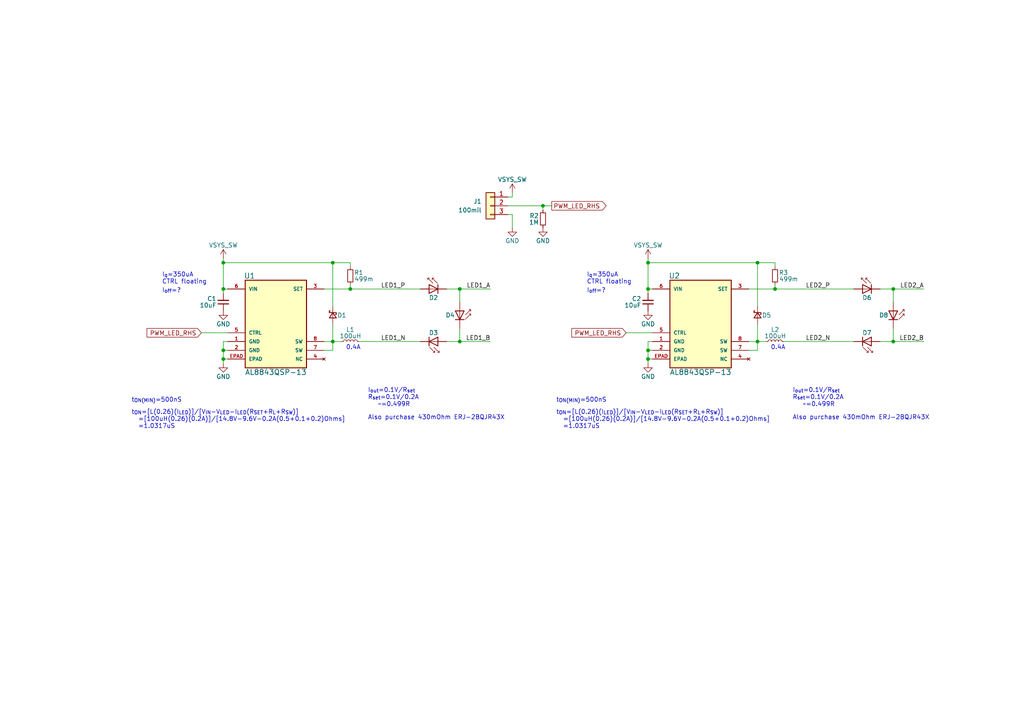
<source format=kicad_sch>
(kicad_sch (version 20211123) (generator eeschema)
  (paper "A4")
  (title_block (title "Project Falcon") (date "2022-02-11") (rev "1A") (company "University of Waterloo") (comment 1 "Mechatronics Engineering") (comment 2 "Final Year Design Project (Capstone)") (comment 3 "Alex Petkovic") (comment 4 "RHS Auxilliary PCB"))
  (lib_symbols
    (symbol "Connector_Generic:Conn_01x03" (pin_names (offset 1.016) hide)
      (property "Reference" "J" (at 0 5.08 0))
      (property "Value" "Conn_01x03" (at 0 -5.08 0))
      (symbol "Conn_01x03_1_1"
        (rectangle (start -1.27 -2.413) (end 0 -2.667) (stroke (width 0.1524)))
        (rectangle (start -1.27 0.127) (end 0 -0.127) (stroke (width 0.1524)))
        (rectangle (start -1.27 2.667) (end 0 2.413) (stroke (width 0.1524)))
        (rectangle (start -1.27 3.81) (end 1.27 -3.81) (stroke (width 0.254)) (fill (type background)))
        (pin passive line (at -5.08 2.54 0) (length 3.81) (name "Pin_1") (number "1"))
        (pin passive line (at -5.08 0 0) (length 3.81) (name "Pin_2") (number "2"))
        (pin passive line (at -5.08 -2.54 0) (length 3.81) (name "Pin_3") (number "3"))
      )
    )
    (symbol "Device:C_Small" (pin_numbers hide) (pin_names (offset 0.254) hide)
      (property "Reference" "C" (at 0.254 1.778 0))
      (property "Value" "C_Small" (at 0.254 -2.032 0))
      (symbol "C_Small_0_1"
        (polyline (pts (xy -1.524 -0.508) (xy 1.524 -0.508)) (stroke (width 0.3302)))
        (polyline (pts (xy -1.524 0.508) (xy 1.524 0.508)) (stroke (width 0.3048)))
      )
      (symbol "C_Small_1_1"
        (pin passive line (at 0 2.54 270) (length 2.032) (name "~") (number "1"))
        (pin passive line (at 0 -2.54 90) (length 2.032) (name "~") (number "2"))
      )
    )
    (symbol "Device:D_Schottky_Small" (pin_numbers hide) (pin_names (offset 0.254) hide)
      (property "Reference" "D" (at -1.27 2.032 0))
      (property "Value" "D_Schottky_Small" (at -7.112 -2.032 0))
      (symbol "D_Schottky_Small_0_1"
        (polyline (pts (xy -0.762 0) (xy 0.762 0)))
        (polyline (pts (xy 0.762 -1.016) (xy -0.762 0) (xy 0.762 1.016) (xy 0.762 -1.016)) (stroke (width 0.254)))
        (polyline (pts (xy -1.27 0.762) (xy -1.27 1.016) (xy -0.762 1.016) (xy -0.762 -1.016) (xy -0.254 -1.016) (xy -0.254 -0.762)) (stroke (width 0.254)))
      )
      (symbol "D_Schottky_Small_1_1"
        (pin passive line (at -2.54 0 0) (length 1.778) (name "K") (number "1"))
        (pin passive line (at 2.54 0 180) (length 1.778) (name "A") (number "2"))
      )
    )
    (symbol "Device:L_Small" (pin_numbers hide) (pin_names (offset 0.254) hide)
      (property "Reference" "L" (at 0.762 1.016 0))
      (property "Value" "L_Small" (at 0.762 -1.016 0))
      (symbol "L_Small_0_1"
        (arc (start 0 -2.032) (mid 0.508 -1.524) (end 0 -1.016))
        (arc (start 0 -1.016) (mid 0.508 -0.508) (end 0 0))
        (arc (start 0 0) (mid 0.508 0.508) (end 0 1.016))
        (arc (start 0 1.016) (mid 0.508 1.524) (end 0 2.032))
      )
      (symbol "L_Small_1_1"
        (pin passive line (at 0 2.54 270) (length 0.508) (name "~") (number "1"))
        (pin passive line (at 0 -2.54 90) (length 0.508) (name "~") (number "2"))
      )
    )
    (symbol "Device:R_Small" (pin_numbers hide) (pin_names (offset 0.254) hide)
      (property "Reference" "R" (at 0.762 0.508 0))
      (property "Value" "R_Small" (at 0.762 -1.016 0))
      (symbol "R_Small_0_1"
        (rectangle (start -0.762 1.778) (end 0.762 -1.778) (stroke (width 0.2032)))
      )
      (symbol "R_Small_1_1"
        (pin passive line (at 0 2.54 270) (length 0.762) (name "~") (number "1"))
        (pin passive line (at 0 -2.54 90) (length 0.762) (name "~") (number "2"))
      )
    )
    (symbol "JetkovKiCADLib:AL8843QSP-13" (pin_names (offset 1.016))
      (property "Reference" "U" (at -7.62 12.7 0))
      (property "Value" "AL8843QSP-13" (at 0 -15.24 0))
      (symbol "AL8843QSP-13_0_1"
        (rectangle (start -8.89 11.43) (end 8.89 -13.97) (stroke (width 0.3048)) (fill (type background)))
      )
      (symbol "AL8843QSP-13_1_1"
        (pin power_in line (at -13.97 -6.35 0) (length 5.08) (name "GND") (number "1"))
        (pin power_in line (at -13.97 -8.89 0) (length 5.08) (name "GND") (number "2"))
        (pin unspecified line (at 13.97 8.89 180) (length 5.08) (name "SET") (number "3"))
        (pin no_connect line (at 13.97 -11.43 180) (length 5.08) (name "NC") (number "4"))
        (pin unspecified line (at -13.97 -3.81 0) (length 5.08) (name "CTRL") (number "5"))
        (pin unspecified line (at -13.97 8.89 0) (length 5.08) (name "VIN") (number "6"))
        (pin unspecified line (at 13.97 -8.89 180) (length 5.08) (name "SW") (number "7"))
        (pin unspecified line (at 13.97 -6.35 180) (length 5.08) (name "SW") (number "8"))
        (pin unspecified line (at -13.97 -11.43 0) (length 5.08) (name "EPAD") (number "EPAD"))
      )
    )
    (symbol "JetkovKiCADLib:VSYS_SW" (power) (pin_names (offset 0))
      (property "Value" "VSYS_SW" (at 0 3.556 0))
      (symbol "VSYS_SW_0_1"
        (polyline (pts (xy -0.762 1.27) (xy 0 2.54)))
        (polyline (pts (xy 0 0) (xy 0 2.54)))
        (polyline (pts (xy 0 2.54) (xy 0.762 1.27)))
      )
      (symbol "VSYS_SW_1_1"
        (pin power_in line (at 0 0 90) (length 0) hide (name "VSYS_SW") (number "1"))
      )
    )
    (symbol "JetkovKiCADLib:XQA LED 1616 SMD" (pin_numbers hide) (pin_names (offset 1.016) hide)
      (property "Reference" "D" (at 0.508 1.778 0))
      (symbol "XQA LED 1616 SMD_0_1"
        (polyline (pts (xy -2.54 0) (xy 0 0)))
        (polyline (pts (xy -2.54 1.27) (xy -2.54 -1.27)) (stroke (width 0.254)))
        (polyline (pts (xy 0.381 3.175) (xy -0.127 3.175)))
        (polyline (pts (xy -1.143 1.651) (xy 0.381 3.175) (xy 0.381 2.667)))
        (polyline (pts (xy 0 -1.27) (xy 0 1.27) (xy -2.54 0) (xy 0 -1.27)) (stroke (width 0.254)))
        (polyline (pts (xy -2.413 1.651) (xy -0.889 3.175) (xy -0.889 2.667) (xy -0.889 3.175) (xy -1.397 3.175)))
      )
      (symbol "XQA LED 1616 SMD_1_1"
        (pin passive line (at -5.08 0 0) (length 2.54) (name "K") (number "1"))
        (pin passive line (at 2.54 0 180) (length 2.54) (name "A") (number "2"))
      )
    )
    (symbol "power:GND" (power) (pin_names (offset 0))
      (property "Value" "GND" (at 0 -3.81 0))
      (symbol "GND_0_1"
        (polyline (pts (xy 0 0) (xy 0 -1.27) (xy 1.27 -1.27) (xy 0 -2.54) (xy -1.27 -1.27) (xy 0 -1.27)))
      )
      (symbol "GND_1_1"
        (pin power_in line (at 0 0 270) (length 0) hide (name "GND") (number "1"))
      )
    )
  )
  (junction (at 219.71 99.06))
  (junction (at 64.77 76.2))
  (junction (at 224.79 83.82))
  (junction (at 187.96 104.14))
  (junction (at 96.52 76.2))
  (junction (at 157.48 59.69))
  (junction (at 64.77 101.6))
  (junction (at 96.52 99.06))
  (junction (at 64.77 83.82))
  (junction (at 64.77 104.14))
  (junction (at 133.35 83.82))
  (junction (at 187.96 76.2))
  (junction (at 259.08 99.06))
  (junction (at 187.96 101.6))
  (junction (at 133.35 99.06))
  (junction (at 187.96 83.82))
  (junction (at 101.6 83.82))
  (junction (at 259.08 83.82))
  (junction (at 219.71 76.2))
  (wire (pts (xy 187.96 99.06) (xy 187.96 101.6)))
  (wire (pts (xy 133.35 99.06) (xy 133.35 95.25)))
  (wire (pts (xy 93.98 83.82) (xy 101.6 83.82)))
  (wire (pts (xy 259.08 99.06) (xy 267.97 99.06)))
  (wire (pts (xy 101.6 76.2) (xy 96.52 76.2)))
  (wire (pts (xy 187.96 104.14) (xy 189.23 104.14)))
  (wire (pts (xy 157.48 59.69) (xy 157.48 60.96)))
  (wire (pts (xy 64.77 99.06) (xy 64.77 101.6)))
  (wire (pts (xy 181.61 96.52) (xy 189.23 96.52)))
  (wire (pts (xy 64.77 104.14) (xy 64.77 105.41)))
  (wire (pts (xy 224.79 76.2) (xy 219.71 76.2)))
  (wire (pts (xy 96.52 99.06) (xy 99.06 99.06)))
  (wire (pts (xy 259.08 83.82) (xy 255.27 83.82)))
  (wire (pts (xy 187.96 99.06) (xy 189.23 99.06)))
  (wire (pts (xy 219.71 99.06) (xy 222.25 99.06)))
  (wire (pts (xy 133.35 83.82) (xy 129.54 83.82)))
  (wire (pts (xy 64.77 76.2) (xy 64.77 83.82)))
  (wire (pts (xy 64.77 99.06) (xy 66.04 99.06)))
  (wire (pts (xy 259.08 99.06) (xy 259.08 95.25)))
  (wire (pts (xy 224.79 83.82) (xy 224.79 82.55)))
  (wire (pts (xy 187.96 83.82) (xy 189.23 83.82)))
  (wire (pts (xy 101.6 83.82) (xy 121.92 83.82)))
  (wire (pts (xy 259.08 87.63) (xy 259.08 83.82)))
  (wire (pts (xy 64.77 83.82) (xy 66.04 83.82)))
  (wire (pts (xy 64.77 83.82) (xy 64.77 85.09)))
  (wire (pts (xy 64.77 76.2) (xy 96.52 76.2)))
  (wire (pts (xy 187.96 74.93) (xy 187.96 76.2)))
  (wire (pts (xy 187.96 76.2) (xy 219.71 76.2)))
  (wire (pts (xy 64.77 104.14) (xy 66.04 104.14)))
  (wire (pts (xy 219.71 101.6) (xy 219.71 99.06)))
  (wire (pts (xy 255.27 99.06) (xy 259.08 99.06)))
  (wire (pts (xy 160.02 59.69) (xy 157.48 59.69)))
  (wire (pts (xy 64.77 74.93) (xy 64.77 76.2)))
  (wire (pts (xy 101.6 83.82) (xy 101.6 82.55)))
  (wire (pts (xy 64.77 101.6) (xy 64.77 104.14)))
  (wire (pts (xy 157.48 59.69) (xy 147.32 59.69)))
  (wire (pts (xy 64.77 101.6) (xy 66.04 101.6)))
  (wire (pts (xy 224.79 83.82) (xy 247.65 83.82)))
  (wire (pts (xy 148.59 57.15) (xy 148.59 55.88)))
  (wire (pts (xy 224.79 77.47) (xy 224.79 76.2)))
  (wire (pts (xy 187.96 101.6) (xy 189.23 101.6)))
  (wire (pts (xy 96.52 76.2) (xy 96.52 88.9)))
  (wire (pts (xy 133.35 83.82) (xy 142.24 83.82)))
  (wire (pts (xy 217.17 101.6) (xy 219.71 101.6)))
  (wire (pts (xy 58.42 96.52) (xy 66.04 96.52)))
  (wire (pts (xy 147.32 57.15) (xy 148.59 57.15)))
  (wire (pts (xy 187.96 104.14) (xy 187.96 105.41)))
  (wire (pts (xy 96.52 101.6) (xy 96.52 99.06)))
  (wire (pts (xy 217.17 99.06) (xy 219.71 99.06)))
  (wire (pts (xy 93.98 101.6) (xy 96.52 101.6)))
  (wire (pts (xy 217.17 83.82) (xy 224.79 83.82)))
  (wire (pts (xy 133.35 87.63) (xy 133.35 83.82)))
  (wire (pts (xy 148.59 66.04) (xy 148.59 62.23)))
  (wire (pts (xy 93.98 99.06) (xy 96.52 99.06)))
  (wire (pts (xy 129.54 99.06) (xy 133.35 99.06)))
  (wire (pts (xy 219.71 93.98) (xy 219.71 99.06)))
  (wire (pts (xy 96.52 93.98) (xy 96.52 99.06)))
  (wire (pts (xy 227.33 99.06) (xy 247.65 99.06)))
  (wire (pts (xy 133.35 99.06) (xy 142.24 99.06)))
  (wire (pts (xy 187.96 83.82) (xy 187.96 85.09)))
  (wire (pts (xy 219.71 76.2) (xy 219.71 88.9)))
  (wire (pts (xy 259.08 83.82) (xy 267.97 83.82)))
  (wire (pts (xy 187.96 76.2) (xy 187.96 83.82)))
  (wire (pts (xy 187.96 101.6) (xy 187.96 104.14)))
  (wire (pts (xy 101.6 77.47) (xy 101.6 76.2)))
  (wire (pts (xy 148.59 62.23) (xy 147.32 62.23)))
  (wire (pts (xy 104.14 99.06) (xy 121.92 99.06)))
  (text "Also purchase 430mOhm ERJ-2BQJR43X" (at 106.68 121.92 0) (effects (font (size 1.27 1.27)) (justify left bottom)))
  (text "I_{off}=?" (at 170.18 85.09 0) (effects (font (size 1.27 1.27)) (justify left bottom)))
  (text "t_{ON(MIN)}=500nS" (at 161.29 116.84 0) (effects (font (size 1.27 1.27)) (justify left bottom)))
  (text "I_{q}=350uA\nCTRL floating" (at 46.99 82.55 0) (effects (font (size 1.27 1.27)) (justify left bottom)))
  (text "t_{ON}=[L(0.26)(I_{LED})]/[V_{IN}-V_{LED}-I_{LED}(R_{SET}+R_{L}+R_{SW})]\n  =[100uH(0.26)(0.2A)]/[14.8V-9.6V-0.2A(0.5+0.1+0.2)Ohms]\n  =1.0317uS" (at 38.1 124.46 0) (effects (font (size 1.27 1.27)) (justify left bottom)))
  (text "I_{out}=0.1V/R_{set}\nR_{set}=0.1V/0.2A\n   ~=0.499R" (at 106.68 118.11 0) (effects (font (size 1.27 1.27)) (justify left bottom)))
  (text "t_{ON}=[L(0.26)(I_{LED})]/[V_{IN}-V_{LED}-I_{LED}(R_{SET}+R_{L}+R_{SW})]\n  =[100uH(0.26)(0.2A)]/[14.8V-9.6V-0.2A(0.5+0.1+0.2)Ohms]\n  =1.0317uS" (at 161.29 124.46 0) (effects (font (size 1.27 1.27)) (justify left bottom)))
  (text "I_{out}=0.1V/R_{set}\nR_{set}=0.1V/0.2A\n   ~=0.499R" (at 229.87 118.11 0) (effects (font (size 1.27 1.27)) (justify left bottom)))
  (text "0.4A" (at 223.52 101.6 0) (effects (font (size 1.27 1.27)) (justify left bottom)))
  (text "I_{q}=350uA\nCTRL floating" (at 170.18 82.55 0) (effects (font (size 1.27 1.27)) (justify left bottom)))
  (text "0.4A" (at 100.33 101.6 0) (effects (font (size 1.27 1.27)) (justify left bottom)))
  (text "I_{off}=?" (at 46.99 85.09 0) (effects (font (size 1.27 1.27)) (justify left bottom)))
  (text "t_{ON(MIN)}=500nS" (at 38.1 116.84 0) (effects (font (size 1.27 1.27)) (justify left bottom)))
  (text "Also purchase 430mOhm ERJ-2BQJR43X" (at 229.87 121.92 0) (effects (font (size 1.27 1.27)) (justify left bottom)))
  (label "LED1_A" (at 142.24 83.82 180))
  (label "LED1_N" (at 110.49 99.06 0))
  (label "LED2_A" (at 267.97 83.82 180))
  (label "LED2_N" (at 233.68 99.06 0))
  (label "LED1_B" (at 142.24 99.06 180))
  (label "LED2_P" (at 233.68 83.82 0))
  (label "LED2_B" (at 267.97 99.06 180))
  (label "LED1_P" (at 110.49 83.82 0))
  (global_label "PWM_LED_RHS" (shape input) (at 181.61 96.52 180) (property "Intersheet References" "${INTERSHEET_REFS}" (effects hide)))
  (global_label "PWM_LED_RHS" (shape output) (at 160.02 59.69 0) (property "Intersheet References" "${INTERSHEET_REFS}" (effects hide)))
  (global_label "PWM_LED_RHS" (shape input) (at 58.42 96.52 180) (property "Intersheet References" "${INTERSHEET_REFS}" (effects hide)))
  (symbol (lib_id "power:GND") (at 187.96 90.17 0) (unit 1)
    (property "Reference" "#PWR07" (effects hide))
    (property "Value" "GND" (at 187.96 93.98 0))
  )
  (symbol (lib_id "Device:C_Small") (at 64.77 87.63 0) (mirror x) (unit 1)
    (property "Reference" "C1" (at 62.7834 86.6464 0) (effects (justify right)))
    (property "Value" "10uF" (at 62.7842 88.5488 0) (effects (justify right)))
    (property "Footprint" "Capacitor_SMD:C_1210_3225Metric" (effects hide))
    (property "Datasheet" "https://product.tdk.com/system/files/dam/doc/product/capacitor/ceramic/mlcc/catalog/mlcc_automotive_general_en.pdf" (effects hide))
    (property "Description" "CAP CER 10UF 50V X7S 1210" (effects hide))
    (property "Manufacturer" "TDK Corporation" (effects hide))
    (property "Part Number" "CGA6P3X7S1H106K250AB " (effects hide))
    (property "Temp Range" "-55°C +125°C" (effects hide))
    (property "Tolerance" "10%" (effects hide))
    (property "Voltage" "50V" (effects hide))
  )
  (symbol (lib_id "power:GND") (at 148.59 66.04 0) (mirror y) (unit 1)
    (property "Reference" "#PWR04" (effects hide))
    (property "Value" "GND" (at 148.59 69.85 0))
  )
  (symbol (lib_id "Device:L_Small") (at 101.6 99.06 90) (unit 1)
    (property "Reference" "L1" (at 101.5968 95.6229 90))
    (property "Value" "100uH" (at 101.6454 97.4596 90))
    (property "Footprint" "JetkovKiCADLib:L_Taiyo-Yuden_NR-60xx_HandSoldering" (effects hide))
    (property "Datasheet" "https://ds.yuden.co.jp/TYCOMPAS/ut/detail?pn=LSXBD6060WHL101M&u=M" (effects hide))
    (property "Description" "FIXED IND 100UH 660MA 780MOHM SM" (effects hide))
    (property "Manufacturer" "Taiyo Yuden" (effects hide))
    (property "Part Number" "NR6028T101M" (effects hide))
    (property "Temp Range" "-25°C +120°C" (effects hide))
    (property "Tolerance" "20%" (effects hide))
  )
  (symbol (lib_id "power:GND") (at 157.48 66.04 0) (unit 1)
    (property "Reference" "#PWR05" (effects hide))
    (property "Value" "GND" (at 157.48 69.85 0))
  )
  (symbol (lib_id "Device:D_Schottky_Small") (at 96.52 91.44 90) (mirror x) (unit 1)
    (property "Reference" "D1" (at 97.79 91.44 90) (effects (justify right)))
    (property "Value" "500mA" (effects hide))
    (property "Footprint" "JetkovKiCADLib:SC-76-SOD-323_USC_TSB" (effects hide))
    (property "Datasheet" "https://toshiba.semicon-storage.com/info/docget.jsp?did=10394&prodName=CUS551V30" (effects hide))
    (property "Description" "DIODE SCHOTTKY 30V 500MA USC" (effects hide))
    (property "Manufacturer" "Toshiba Semiconductor and Storage" (effects hide))
    (property "Part Number" "CUS551V30,H3F" (effects hide))
    (property "Temp Range" "-55°C +125°C" (effects hide))
  )
  (symbol (lib_id "Device:R_Small") (at 157.48 63.5 0) (mirror x) (unit 1)
    (property "Reference" "R2" (at 156.2797 62.5991 0) (effects (justify right)))
    (property "Value" "1M" (at 156.3363 64.4869 0) (effects (justify right)))
    (property "Footprint" "Resistor_SMD:R_0402_1005Metric" (effects hide))
    (property "Datasheet" "https://www.seielect.com/catalog/sei-rmcf_rmcp.pdf" (effects hide))
    (property "Description" "RES 1M OHM 1% 1/16W 0402" (effects hide))
    (property "Manufacturer" "Stackpole Electronics Inc" (effects hide))
    (property "Part Number" "RMCF0402FT1M00" (effects hide))
    (property "Temp Range" "-55°C +155°C" (effects hide))
    (property "Tolerance" "1%" (effects hide))
  )
  (symbol (lib_id "Device:C_Small") (at 187.96 87.63 0) (mirror x) (unit 1)
    (property "Reference" "C2" (at 185.9734 86.6464 0) (effects (justify right)))
    (property "Value" "10uF" (at 185.9742 88.5488 0) (effects (justify right)))
    (property "Footprint" "Capacitor_SMD:C_1210_3225Metric" (effects hide))
    (property "Datasheet" "https://product.tdk.com/system/files/dam/doc/product/capacitor/ceramic/mlcc/catalog/mlcc_automotive_general_en.pdf" (effects hide))
    (property "Description" "CAP CER 10UF 50V X7S 1210" (effects hide))
    (property "Manufacturer" "TDK Corporation" (effects hide))
    (property "Part Number" "CGA6P3X7S1H106K250AB " (effects hide))
    (property "Temp Range" "-55°C +125°C" (effects hide))
    (property "Tolerance" "10%" (effects hide))
    (property "Voltage" "50V" (effects hide))
  )
  (symbol (lib_id "Device:R_Small") (at 101.6 80.01 0) (mirror x) (unit 1)
    (property "Reference" "R1" (at 102.6999 79.0802 0) (effects (justify left)))
    (property "Value" "499m" (at 102.7694 80.9328 0) (effects (justify left)))
    (property "Footprint" "Resistor_SMD:R_0402_1005Metric" (effects hide))
    (property "Datasheet" "https://www.yageo.com/upload/media/product/productsearch/datasheet/rchip/PYu-RL_Group_521_RoHS_L_2.pdf" (effects hide))
    (property "Description" "RES 0.499 OHM 1% 1/16W 0402" (effects hide))
    (property "Manufacturer" "YAGEO" (effects hide))
    (property "Part Number" "RL0402FR-070R499L" (effects hide))
    (property "Temp Range" "-55°C +155°C" (effects hide))
    (property "Power" "0.063W" (effects hide))
    (property "Tolerance" "1%" (effects hide))
  )
  (symbol (lib_id "JetkovKiCADLib:XQA LED 1616 SMD") (at 124.46 83.82 0) (mirror y) (unit 1)
    (property "Reference" "D2" (at 125.73 86.36 0))
    (property "Value" "XQA LED 1616 SMD" (effects hide))
    (property "Footprint" "JetkovKiCADLib:XQ-A-LED_Large" (effects hide))
    (property "Datasheet" "https://cree-led.com/media/documents/ds-XQA.pdf" (effects hide))
    (property "Part Number" "XQAAPA-02-0000-000000Y01" (effects hide))
    (property "Manufacturer" "CreeLED, Inc." (effects hide))
    (property "Description" "XQA LED 1616 SMD" (effects hide))
    (property "Temp Range" "-40°C +125°C" (effects hide))
    (property "Color" "Amber" (effects hide))
    (property "Voltage" "3.4Vf" (effects hide))
  )
  (symbol (lib_id "JetkovKiCADLib:XQA LED 1616 SMD") (at 252.73 99.06 0) (mirror x) (unit 1)
    (property "Reference" "D7" (at 251.46 96.52 0))
    (property "Value" "XQA LED 1616 SMD" (effects hide))
    (property "Footprint" "JetkovKiCADLib:XQ-A-LED_Large" (effects hide))
    (property "Datasheet" "https://cree-led.com/media/documents/ds-XQA.pdf" (effects hide))
    (property "Part Number" "XQAAPA-02-0000-000000Y01" (effects hide))
    (property "Manufacturer" "CreeLED, Inc." (effects hide))
    (property "Description" "XQA LED 1616 SMD" (effects hide))
    (property "Temp Range" "-40°C +125°C" (effects hide))
    (property "Color" "Amber" (effects hide))
    (property "Voltage" "3.4Vf" (effects hide))
  )
  (symbol (lib_id "power:GND") (at 64.77 90.17 0) (unit 1)
    (property "Reference" "#PWR02" (effects hide))
    (property "Value" "GND" (at 64.77 93.98 0))
  )
  (symbol (lib_id "power:GND") (at 64.77 105.41 0) (unit 1)
    (property "Reference" "#PWR0101" (effects hide))
    (property "Value" "GND" (at 64.77 109.22 0))
  )
  (symbol (lib_id "JetkovKiCADLib:XQA LED 1616 SMD") (at 127 99.06 0) (mirror x) (unit 1)
    (property "Reference" "D3" (at 125.73 96.52 0))
    (property "Value" "XQA LED 1616 SMD" (effects hide))
    (property "Footprint" "JetkovKiCADLib:XQ-A-LED_Large" (effects hide))
    (property "Datasheet" "https://cree-led.com/media/documents/ds-XQA.pdf" (effects hide))
    (property "Part Number" "XQAAPA-02-0000-000000Y01" (effects hide))
    (property "Manufacturer" "CreeLED, Inc." (effects hide))
    (property "Description" "XQA LED 1616 SMD" (effects hide))
    (property "Temp Range" "-40°C +125°C" (effects hide))
    (property "Color" "Amber" (effects hide))
    (property "Voltage" "3.4Vf" (effects hide))
  )
  (symbol (lib_id "Device:R_Small") (at 224.79 80.01 0) (mirror x) (unit 1)
    (property "Reference" "R3" (at 225.8899 79.0802 0) (effects (justify left)))
    (property "Value" "499m" (at 225.9594 80.9328 0) (effects (justify left)))
    (property "Footprint" "Resistor_SMD:R_0402_1005Metric" (effects hide))
    (property "Datasheet" "https://www.yageo.com/upload/media/product/productsearch/datasheet/rchip/PYu-RL_Group_521_RoHS_L_2.pdf" (effects hide))
    (property "Description" "RES 0.499 OHM 1% 1/16W 0402" (effects hide))
    (property "Manufacturer" "YAGEO" (effects hide))
    (property "Part Number" "RL0402FR-070R499L" (effects hide))
    (property "Temp Range" "-55°C +155°C" (effects hide))
    (property "Power" "0.063W" (effects hide))
    (property "Tolerance" "1%" (effects hide))
  )
  (symbol (lib_id "JetkovKiCADLib:VSYS_SW") (at 187.96 74.93 0) (unit 1)
    (property "Reference" "#PWR06" (effects hide))
    (property "Value" "VSYS_SW" (at 187.96 71.12 0))
  )
  (symbol (lib_id "power:GND") (at 187.96 105.41 0) (unit 1)
    (property "Reference" "#PWR08" (effects hide))
    (property "Value" "GND" (at 187.96 109.22 0))
  )
  (symbol (lib_id "JetkovKiCADLib:AL8843QSP-13") (at 80.01 92.71 0) (unit 1)
    (property "Reference" "U1" (at 72.39 80.01 0) (effects (font (size 1.524 1.524))))
    (property "Value" "AL8843QSP-13" (at 80.01 107.95 0) (effects (font (size 1.524 1.524))))
    (property "Footprint" "JetkovKiCADLib:8-SOIC_SO-8EP_DIO" (effects hide))
    (property "Datasheet" "https://www.diodes.com/assets/Datasheets/AL8843Q.pdf" (effects hide))
    (property "Part Number" "AL8843QSP-13" (effects hide))
    (property "Manufacturer" "Diodes Incorporated" (effects hide))
    (property "Description" "IC LED MV INT SWITCH SO-8EP" (effects hide))
    (property "Temp Range" "-40°C +125°C" (effects hide))
  )
  (symbol (lib_id "Connector_Generic:Conn_01x03") (at 142.24 59.69 0) (mirror y) (unit 1)
    (property "Reference" "J1" (at 139.7 58.4199 0) (effects (justify left)))
    (property "Value" "100mil" (at 139.7 60.96 0) (effects (justify left)))
    (property "Footprint" "Connector_PinHeader_2.54mm:PinHeader_1x03_P2.54mm_Vertical" (effects hide))
  )
  (symbol (lib_id "JetkovKiCADLib:XQA LED 1616 SMD") (at 133.35 90.17 270) (mirror x) (unit 1)
    (property "Reference" "D4" (at 131.9324 91.4091 90) (effects (justify right)))
    (property "Value" "XQA LED 1616 SMD" (effects hide))
    (property "Footprint" "JetkovKiCADLib:XQ-A-LED_Large" (effects hide))
    (property "Datasheet" "https://cree-led.com/media/documents/ds-XQA.pdf" (effects hide))
    (property "Part Number" "XQAAPA-02-0000-000000Y01" (effects hide))
    (property "Manufacturer" "CreeLED, Inc." (effects hide))
    (property "Description" "XQA LED 1616 SMD" (effects hide))
    (property "Temp Range" "-40°C +125°C" (effects hide))
    (property "Color" "Amber" (effects hide))
    (property "Voltage" "3.4Vf" (effects hide))
  )
  (symbol (lib_id "Device:L_Small") (at 224.79 99.06 90) (unit 1)
    (property "Reference" "L2" (at 224.7868 95.6229 90))
    (property "Value" "100uH" (at 224.8354 97.4596 90))
    (property "Footprint" "JetkovKiCADLib:L_Taiyo-Yuden_NR-60xx_HandSoldering" (effects hide))
    (property "Datasheet" "https://ds.yuden.co.jp/TYCOMPAS/ut/detail?pn=LSXBD6060WHL101M&u=M" (effects hide))
    (property "Description" "FIXED IND 100UH 660MA 780MOHM SM" (effects hide))
    (property "Manufacturer" "Taiyo Yuden" (effects hide))
    (property "Part Number" "NR6028T101M" (effects hide))
    (property "Temp Range" "-25°C +120°C" (effects hide))
    (property "Tolerance" "20%" (effects hide))
  )
  (symbol (lib_id "JetkovKiCADLib:VSYS_SW") (at 148.59 55.88 0) (mirror y) (unit 1)
    (property "Reference" "#PWR03" (effects hide))
    (property "Value" "VSYS_SW" (at 148.59 52.07 0))
  )
  (symbol (lib_id "JetkovKiCADLib:AL8843QSP-13") (at 203.2 92.71 0) (unit 1)
    (property "Reference" "U2" (at 195.58 80.01 0) (effects (font (size 1.524 1.524))))
    (property "Value" "AL8843QSP-13" (at 203.2 107.95 0) (effects (font (size 1.524 1.524))))
    (property "Footprint" "JetkovKiCADLib:8-SOIC_SO-8EP_DIO" (effects hide))
    (property "Datasheet" "https://www.diodes.com/assets/Datasheets/AL8843Q.pdf" (effects hide))
    (property "Part Number" "AL8843QSP-13" (effects hide))
    (property "Manufacturer" "Diodes Incorporated" (effects hide))
    (property "Description" "IC LED MV INT SWITCH SO-8EP" (effects hide))
    (property "Temp Range" "-40°C +125°C" (effects hide))
  )
  (symbol (lib_id "JetkovKiCADLib:VSYS_SW") (at 64.77 74.93 0) (unit 1)
    (property "Reference" "#PWR01" (effects hide))
    (property "Value" "VSYS_SW" (at 64.77 71.12 0))
  )
  (symbol (lib_id "JetkovKiCADLib:XQA LED 1616 SMD") (at 259.08 90.17 270) (mirror x) (unit 1)
    (property "Reference" "D8" (at 257.6624 91.4091 90) (effects (justify right)))
    (property "Value" "XQA LED 1616 SMD" (effects hide))
    (property "Footprint" "JetkovKiCADLib:XQ-A-LED_Large" (effects hide))
    (property "Datasheet" "https://cree-led.com/media/documents/ds-XQA.pdf" (effects hide))
    (property "Part Number" "XQAAPA-02-0000-000000Y01" (effects hide))
    (property "Manufacturer" "CreeLED, Inc." (effects hide))
    (property "Description" "XQA LED 1616 SMD" (effects hide))
    (property "Temp Range" "-40°C +125°C" (effects hide))
    (property "Color" "Amber" (effects hide))
    (property "Voltage" "3.4Vf" (effects hide))
  )
  (symbol (lib_id "JetkovKiCADLib:XQA LED 1616 SMD") (at 250.19 83.82 0) (mirror y) (unit 1)
    (property "Reference" "D6" (at 251.46 86.36 0))
    (property "Value" "XQA LED 1616 SMD" (effects hide))
    (property "Footprint" "JetkovKiCADLib:XQ-A-LED_Large" (effects hide))
    (property "Datasheet" "https://cree-led.com/media/documents/ds-XQA.pdf" (effects hide))
    (property "Part Number" "XQAAPA-02-0000-000000Y01" (effects hide))
    (property "Manufacturer" "CreeLED, Inc." (effects hide))
    (property "Description" "XQA LED 1616 SMD" (effects hide))
    (property "Temp Range" "-40°C +125°C" (effects hide))
    (property "Color" "Amber" (effects hide))
    (property "Voltage" "3.4Vf" (effects hide))
  )
  (symbol (lib_id "Device:D_Schottky_Small") (at 219.71 91.44 90) (mirror x) (unit 1)
    (property "Reference" "D5" (at 220.98 91.44 90) (effects (justify right)))
    (property "Value" "500mA" (effects hide))
    (property "Footprint" "JetkovKiCADLib:SC-76-SOD-323_USC_TSB" (effects hide))
    (property "Datasheet" "https://toshiba.semicon-storage.com/info/docget.jsp?did=10394&prodName=CUS551V30" (effects hide))
    (property "Description" "DIODE SCHOTTKY 30V 500MA USC" (effects hide))
    (property "Manufacturer" "Toshiba Semiconductor and Storage" (effects hide))
    (property "Part Number" "CUS551V30,H3F" (effects hide))
    (property "Temp Range" "-55°C +125°C" (effects hide))
  )
)
</source>
